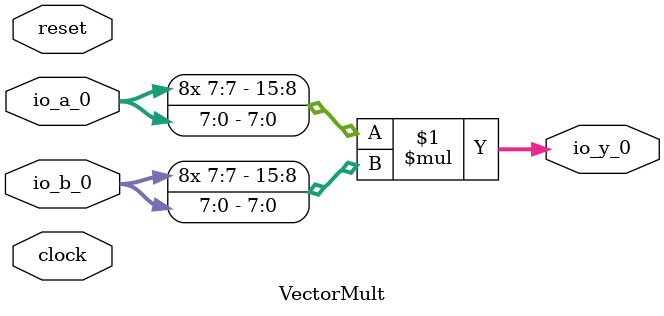
<source format=v>
module VectorMult( // @[:@3.2]
  input         clock, // @[:@4.4]
  input         reset, // @[:@5.4]
  input  [7:0]  io_a_0, // @[:@6.4]
  input  [7:0]  io_b_0, // @[:@6.4]
  output [15:0] io_y_0 // @[:@6.4]
);
  assign io_y_0 = $signed(io_a_0) * $signed(io_b_0); // @[VectorMult.scala 32:25:@9.4]
endmodule

</source>
